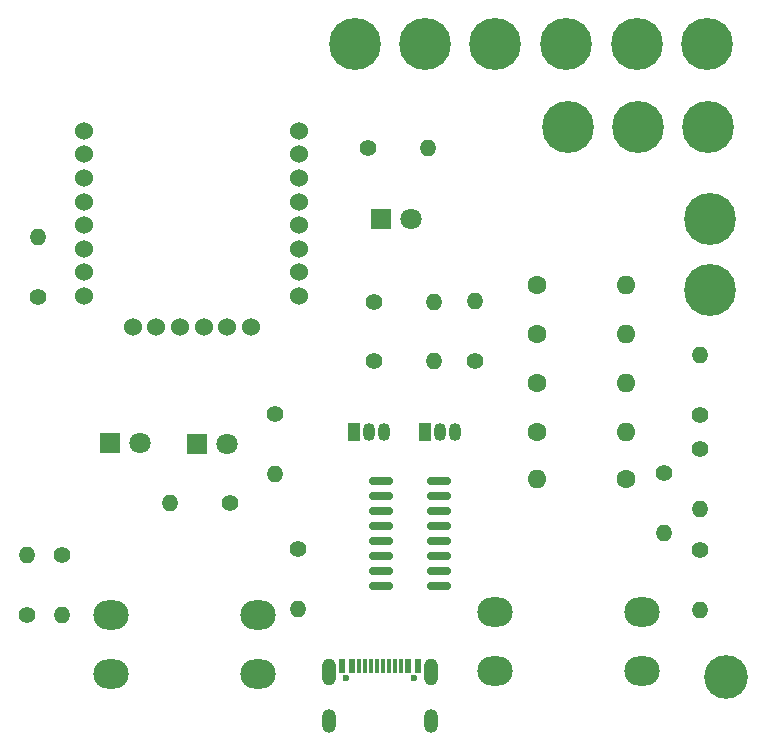
<source format=gbr>
%TF.GenerationSoftware,KiCad,Pcbnew,7.0.9*%
%TF.CreationDate,2024-01-07T00:29:14+01:00*%
%TF.ProjectId,esp32_programmer,65737033-325f-4707-926f-6772616d6d65,rev?*%
%TF.SameCoordinates,Original*%
%TF.FileFunction,Soldermask,Top*%
%TF.FilePolarity,Negative*%
%FSLAX46Y46*%
G04 Gerber Fmt 4.6, Leading zero omitted, Abs format (unit mm)*
G04 Created by KiCad (PCBNEW 7.0.9) date 2024-01-07 00:29:14*
%MOMM*%
%LPD*%
G01*
G04 APERTURE LIST*
G04 Aperture macros list*
%AMRoundRect*
0 Rectangle with rounded corners*
0 $1 Rounding radius*
0 $2 $3 $4 $5 $6 $7 $8 $9 X,Y pos of 4 corners*
0 Add a 4 corners polygon primitive as box body*
4,1,4,$2,$3,$4,$5,$6,$7,$8,$9,$2,$3,0*
0 Add four circle primitives for the rounded corners*
1,1,$1+$1,$2,$3*
1,1,$1+$1,$4,$5*
1,1,$1+$1,$6,$7*
1,1,$1+$1,$8,$9*
0 Add four rect primitives between the rounded corners*
20,1,$1+$1,$2,$3,$4,$5,0*
20,1,$1+$1,$4,$5,$6,$7,0*
20,1,$1+$1,$6,$7,$8,$9,0*
20,1,$1+$1,$8,$9,$2,$3,0*%
G04 Aperture macros list end*
%ADD10C,1.400000*%
%ADD11O,1.400000X1.400000*%
%ADD12C,1.600000*%
%ADD13O,1.600000X1.600000*%
%ADD14C,0.700000*%
%ADD15C,4.400000*%
%ADD16RoundRect,0.150000X0.825000X0.150000X-0.825000X0.150000X-0.825000X-0.150000X0.825000X-0.150000X0*%
%ADD17O,3.000000X2.500000*%
%ADD18R,1.800000X1.800000*%
%ADD19C,1.800000*%
%ADD20C,1.524000*%
%ADD21C,3.700000*%
%ADD22R,1.050000X1.500000*%
%ADD23O,1.050000X1.500000*%
%ADD24C,0.600000*%
%ADD25R,0.600000X1.160000*%
%ADD26R,0.300000X1.160000*%
%ADD27O,1.200000X2.300000*%
%ADD28O,1.200000X2.000000*%
G04 APERTURE END LIST*
D10*
%TO.C,R8*%
X149000000Y-131000000D03*
D11*
X149000000Y-136080000D03*
%TD*%
D12*
%TO.C,C3*%
X135250000Y-116850000D03*
D13*
X142750000Y-116850000D03*
%TD*%
D14*
%TO.C,PIN0*%
X124080000Y-88138000D03*
X124563274Y-86971274D03*
X124563274Y-89304726D03*
X125730000Y-86488000D03*
D15*
X125730000Y-88138000D03*
D14*
X125730000Y-89788000D03*
X126896726Y-86971274D03*
X126896726Y-89304726D03*
X127380000Y-88138000D03*
%TD*%
D10*
%TO.C,R7*%
X120920000Y-97000000D03*
D11*
X126000000Y-97000000D03*
%TD*%
D10*
%TO.C,R3*%
X121460000Y-115000000D03*
D11*
X126540000Y-115000000D03*
%TD*%
D16*
%TO.C,U1*%
X126935000Y-134016445D03*
X126935000Y-132746445D03*
X126935000Y-131476445D03*
X126935000Y-130206445D03*
X126935000Y-128936445D03*
X126935000Y-127666445D03*
X126935000Y-126396445D03*
X126935000Y-125126445D03*
X121985000Y-125126445D03*
X121985000Y-126396445D03*
X121985000Y-127666445D03*
X121985000Y-128936445D03*
X121985000Y-130206445D03*
X121985000Y-131476445D03*
X121985000Y-132746445D03*
X121985000Y-134016445D03*
%TD*%
D12*
%TO.C,C5*%
X142750000Y-125000000D03*
D13*
X135250000Y-125000000D03*
%TD*%
D10*
%TO.C,R1*%
X115025581Y-130911470D03*
D11*
X115025581Y-135991470D03*
%TD*%
D14*
%TO.C,PIN2*%
X118183274Y-88166726D03*
X118666548Y-87000000D03*
X118666548Y-89333452D03*
X119833274Y-86516726D03*
D15*
X119833274Y-88166726D03*
D14*
X119833274Y-89816726D03*
X121000000Y-87000000D03*
X121000000Y-89333452D03*
X121483274Y-88166726D03*
%TD*%
D17*
%TO.C,SW2*%
X131652143Y-136270872D03*
X144152143Y-136270872D03*
X131652143Y-141270872D03*
X144152143Y-141270872D03*
%TD*%
D10*
%TO.C,R6*%
X92000000Y-136540000D03*
D11*
X92000000Y-131460000D03*
%TD*%
D18*
%TO.C,D2*%
X106460000Y-122000000D03*
D19*
X109000000Y-122000000D03*
%TD*%
D18*
%TO.C,D3*%
X99060000Y-121920000D03*
D19*
X101600000Y-121920000D03*
%TD*%
D10*
%TO.C,R10*%
X149000000Y-122460000D03*
D11*
X149000000Y-127540000D03*
%TD*%
D18*
%TO.C,D1*%
X122000000Y-103000000D03*
D19*
X124540000Y-103000000D03*
%TD*%
D14*
%TO.C,PIN16*%
X148000000Y-88166726D03*
X148483274Y-87000000D03*
X148483274Y-89333452D03*
X149650000Y-86516726D03*
D15*
X149650000Y-88166726D03*
D14*
X149650000Y-89816726D03*
X150816726Y-87000000D03*
X150816726Y-89333452D03*
X151300000Y-88166726D03*
%TD*%
D17*
%TO.C,SW1*%
X111622018Y-141489551D03*
X99122018Y-141489551D03*
X111622018Y-136489551D03*
X99122018Y-136489551D03*
%TD*%
D20*
%TO.C,U2*%
X96900000Y-95500000D03*
X96900000Y-97500000D03*
X96900000Y-99500000D03*
X96900000Y-101500000D03*
X96900000Y-103500000D03*
X96900000Y-105500000D03*
X96900000Y-107500000D03*
X96900000Y-109500000D03*
X101000000Y-112100000D03*
X103000000Y-112100000D03*
X105000000Y-112100000D03*
X107000000Y-112100000D03*
X109000000Y-112100000D03*
X111000000Y-112100000D03*
X115100000Y-109500000D03*
X115100000Y-107500000D03*
X115100000Y-105500000D03*
X115100000Y-103500000D03*
X115100000Y-101500000D03*
X115100000Y-99500000D03*
X115100000Y-97500000D03*
X115100000Y-95500000D03*
%TD*%
D14*
%TO.C,PIN15*%
X142000000Y-88166726D03*
X142483274Y-87000000D03*
X142483274Y-89333452D03*
X143650000Y-86516726D03*
D15*
X143650000Y-88166726D03*
D14*
X143650000Y-89816726D03*
X144816726Y-87000000D03*
X144816726Y-89333452D03*
X145300000Y-88166726D03*
%TD*%
%TO.C,GND*%
X148183274Y-109000000D03*
X148666548Y-107833274D03*
X148666548Y-110166726D03*
X149833274Y-107350000D03*
D15*
X149833274Y-109000000D03*
D14*
X149833274Y-110650000D03*
X151000000Y-107833274D03*
X151000000Y-110166726D03*
X151483274Y-109000000D03*
%TD*%
%TO.C,+5V*%
X148183274Y-103000000D03*
X148666548Y-101833274D03*
X148666548Y-104166726D03*
X149833274Y-101350000D03*
D15*
X149833274Y-103000000D03*
D14*
X149833274Y-104650000D03*
X151000000Y-101833274D03*
X151000000Y-104166726D03*
X151483274Y-103000000D03*
%TD*%
D10*
%TO.C,R5*%
X95000000Y-131460000D03*
D11*
X95000000Y-136540000D03*
%TD*%
D14*
%TO.C,TX*%
X143783274Y-96866726D03*
X142616548Y-96383452D03*
X144950000Y-96383452D03*
X142133274Y-95216726D03*
D15*
X143783274Y-95216726D03*
D14*
X145433274Y-95216726D03*
X142616548Y-94050000D03*
X144950000Y-94050000D03*
X143783274Y-93566726D03*
%TD*%
D10*
%TO.C,R11*%
X149000000Y-119540000D03*
D11*
X149000000Y-114460000D03*
%TD*%
D12*
%TO.C,C2*%
X135250000Y-112700000D03*
D13*
X142750000Y-112700000D03*
%TD*%
D12*
%TO.C,C1*%
X135250000Y-108550000D03*
D13*
X142750000Y-108550000D03*
%TD*%
D12*
%TO.C,C4*%
X135250000Y-121000000D03*
D13*
X142750000Y-121000000D03*
%TD*%
D21*
%TO.C,H13*%
X151250000Y-141750000D03*
%TD*%
D10*
%TO.C,R13*%
X146000000Y-124460000D03*
D11*
X146000000Y-129540000D03*
%TD*%
D14*
%TO.C,BOOT*%
X136000000Y-88166726D03*
X136483274Y-87000000D03*
X136483274Y-89333452D03*
X137650000Y-86516726D03*
D15*
X137650000Y-88166726D03*
D14*
X137650000Y-89816726D03*
X138816726Y-87000000D03*
X138816726Y-89333452D03*
X139300000Y-88166726D03*
%TD*%
%TO.C,RX*%
X137833274Y-96866726D03*
X136666548Y-96383452D03*
X139000000Y-96383452D03*
X136183274Y-95216726D03*
D15*
X137833274Y-95216726D03*
D14*
X139483274Y-95216726D03*
X136666548Y-94050000D03*
X139000000Y-94050000D03*
X137833274Y-93566726D03*
%TD*%
D22*
%TO.C,Q2*%
X125730000Y-121000000D03*
D23*
X127000000Y-121000000D03*
X128270000Y-121000000D03*
%TD*%
D22*
%TO.C,Q1*%
X119730000Y-121000000D03*
D23*
X121000000Y-121000000D03*
X122270000Y-121000000D03*
%TD*%
D10*
%TO.C,R14*%
X109220000Y-127000000D03*
D11*
X104140000Y-127000000D03*
%TD*%
D10*
%TO.C,R2*%
X121460000Y-110000000D03*
D11*
X126540000Y-110000000D03*
%TD*%
D10*
%TO.C,R9*%
X113000000Y-119460000D03*
D11*
X113000000Y-124540000D03*
%TD*%
D10*
%TO.C,R12*%
X93000000Y-109540000D03*
D11*
X93000000Y-104460000D03*
%TD*%
D14*
%TO.C,nRST*%
X149733274Y-96866726D03*
X148566548Y-96383452D03*
X150900000Y-96383452D03*
X148083274Y-95216726D03*
D15*
X149733274Y-95216726D03*
D14*
X151383274Y-95216726D03*
X148566548Y-94050000D03*
X150900000Y-94050000D03*
X149733274Y-93566726D03*
%TD*%
D10*
%TO.C,R4*%
X130000000Y-115000000D03*
D11*
X130000000Y-109920000D03*
%TD*%
D14*
%TO.C,EN*%
X130000000Y-88166726D03*
X130483274Y-87000000D03*
X130483274Y-89333452D03*
X131650000Y-86516726D03*
D15*
X131650000Y-88166726D03*
D14*
X131650000Y-89816726D03*
X132816726Y-87000000D03*
X132816726Y-89333452D03*
X133300000Y-88166726D03*
%TD*%
D24*
%TO.C,P1*%
X119030000Y-141800000D03*
X124810000Y-141800000D03*
D25*
X118720000Y-140780000D03*
X119520000Y-140780000D03*
D26*
X120670000Y-140780000D03*
X121670000Y-140780000D03*
X122170000Y-140780000D03*
X123170000Y-140780000D03*
D25*
X124320000Y-140780000D03*
X125120000Y-140780000D03*
X125120000Y-140780000D03*
X124320000Y-140780000D03*
D26*
X123670000Y-140780000D03*
X122670000Y-140780000D03*
X121170000Y-140780000D03*
X120170000Y-140780000D03*
D25*
X119520000Y-140780000D03*
X118720000Y-140780000D03*
D27*
X117595000Y-141300000D03*
D28*
X117595000Y-145500000D03*
D27*
X126245000Y-141300000D03*
D28*
X126245000Y-145500000D03*
%TD*%
M02*

</source>
